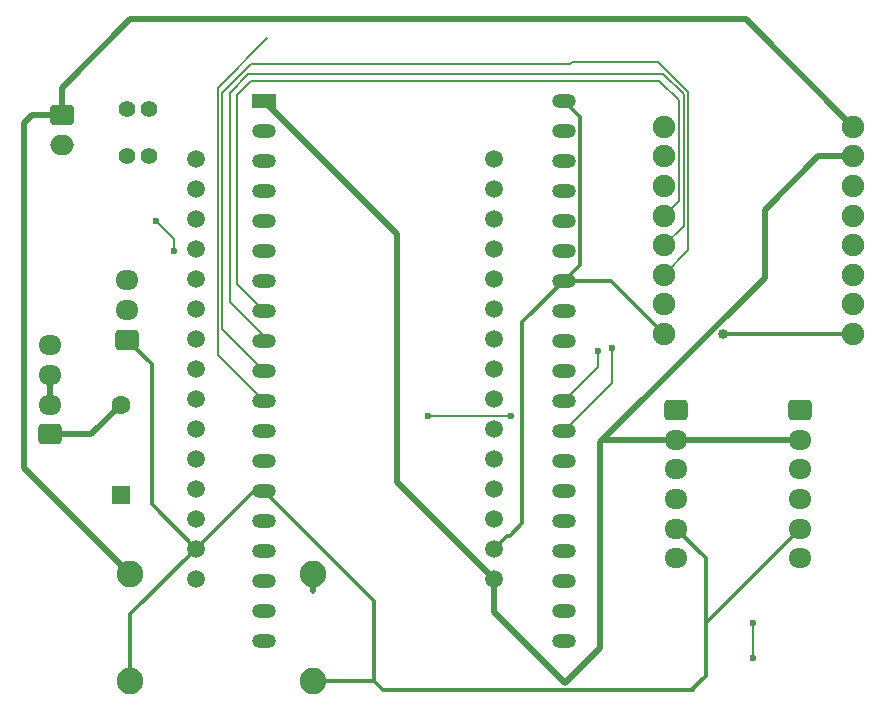
<source format=gbr>
%TF.GenerationSoftware,KiCad,Pcbnew,9.0.6*%
%TF.CreationDate,2026-01-05T22:13:59+01:00*%
%TF.ProjectId,Robofetz Mainboard,526f626f-6665-4747-9a20-4d61696e626f,rev?*%
%TF.SameCoordinates,Original*%
%TF.FileFunction,Copper,L2,Bot*%
%TF.FilePolarity,Positive*%
%FSLAX46Y46*%
G04 Gerber Fmt 4.6, Leading zero omitted, Abs format (unit mm)*
G04 Created by KiCad (PCBNEW 9.0.6) date 2026-01-05 22:13:59*
%MOMM*%
%LPD*%
G01*
G04 APERTURE LIST*
G04 Aperture macros list*
%AMRoundRect*
0 Rectangle with rounded corners*
0 $1 Rounding radius*
0 $2 $3 $4 $5 $6 $7 $8 $9 X,Y pos of 4 corners*
0 Add a 4 corners polygon primitive as box body*
4,1,4,$2,$3,$4,$5,$6,$7,$8,$9,$2,$3,0*
0 Add four circle primitives for the rounded corners*
1,1,$1+$1,$2,$3*
1,1,$1+$1,$4,$5*
1,1,$1+$1,$6,$7*
1,1,$1+$1,$8,$9*
0 Add four rect primitives between the rounded corners*
20,1,$1+$1,$2,$3,$4,$5,0*
20,1,$1+$1,$4,$5,$6,$7,0*
20,1,$1+$1,$6,$7,$8,$9,0*
20,1,$1+$1,$8,$9,$2,$3,0*%
G04 Aperture macros list end*
%TA.AperFunction,ComponentPad*%
%ADD10R,2.000000X1.200000*%
%TD*%
%TA.AperFunction,ComponentPad*%
%ADD11O,2.000000X1.200000*%
%TD*%
%TA.AperFunction,ComponentPad*%
%ADD12RoundRect,0.250000X0.725000X-0.600000X0.725000X0.600000X-0.725000X0.600000X-0.725000X-0.600000X0*%
%TD*%
%TA.AperFunction,ComponentPad*%
%ADD13O,1.950000X1.700000*%
%TD*%
%TA.AperFunction,ComponentPad*%
%ADD14RoundRect,0.250000X-0.725000X0.600000X-0.725000X-0.600000X0.725000X-0.600000X0.725000X0.600000X0*%
%TD*%
%TA.AperFunction,ComponentPad*%
%ADD15C,2.250000*%
%TD*%
%TA.AperFunction,ComponentPad*%
%ADD16RoundRect,0.250000X0.550000X-0.550000X0.550000X0.550000X-0.550000X0.550000X-0.550000X-0.550000X0*%
%TD*%
%TA.AperFunction,ComponentPad*%
%ADD17C,1.600000*%
%TD*%
%TA.AperFunction,ComponentPad*%
%ADD18C,1.400000*%
%TD*%
%TA.AperFunction,ComponentPad*%
%ADD19C,1.500000*%
%TD*%
%TA.AperFunction,ComponentPad*%
%ADD20RoundRect,0.250000X-0.750000X0.600000X-0.750000X-0.600000X0.750000X-0.600000X0.750000X0.600000X0*%
%TD*%
%TA.AperFunction,ComponentPad*%
%ADD21O,2.000000X1.700000*%
%TD*%
%TA.AperFunction,ComponentPad*%
%ADD22C,1.905000*%
%TD*%
%TA.AperFunction,ViaPad*%
%ADD23C,0.850000*%
%TD*%
%TA.AperFunction,ViaPad*%
%ADD24C,0.600000*%
%TD*%
%TA.AperFunction,Conductor*%
%ADD25C,0.300000*%
%TD*%
%TA.AperFunction,Conductor*%
%ADD26C,0.500000*%
%TD*%
%TA.AperFunction,Conductor*%
%ADD27C,0.200000*%
%TD*%
G04 APERTURE END LIST*
D10*
%TO.P,U5,1,3V3*%
%TO.N,Supply 3.3V*%
X110103680Y-83282720D03*
D11*
%TO.P,U5,2,CHIP_PU*%
%TO.N,unconnected-(U5-CHIP_PU-Pad2)*%
X110103680Y-85822720D03*
%TO.P,U5,3,SENSOR_VP/GPIO36/ADC1_CH0*%
%TO.N,unconnected-(U5-SENSOR_VP{slash}GPIO36{slash}ADC1_CH0-Pad3)*%
X110103680Y-88362720D03*
%TO.P,U5,4,SENSOR_VN/GPIO39/ADC1_CH3*%
%TO.N,unconnected-(U5-SENSOR_VN{slash}GPIO39{slash}ADC1_CH3-Pad4)*%
X110103680Y-90902720D03*
%TO.P,U5,5,VDET_1/GPIO34/ADC1_CH6*%
%TO.N,unconnected-(U5-VDET_1{slash}GPIO34{slash}ADC1_CH6-Pad5)*%
X110103680Y-93442720D03*
%TO.P,U5,6,VDET_2/GPIO35/ADC1_CH7*%
%TO.N,unconnected-(U5-VDET_2{slash}GPIO35{slash}ADC1_CH7-Pad6)*%
X110103680Y-95982720D03*
%TO.P,U5,7,32K_XP/GPIO32/ADC1_CH4*%
%TO.N,Motor1 CW*%
X110103680Y-98522720D03*
%TO.P,U5,8,32K_XN/GPIO33/ADC1_CH5*%
%TO.N,STBY*%
X110103680Y-101062720D03*
%TO.P,U5,9,DAC_1/ADC2_CH8/GPIO25*%
%TO.N,Motor2 CW*%
X110103680Y-103602720D03*
%TO.P,U5,10,DAC_2/ADC2_CH9/GPIO26*%
%TO.N,Motor2 CCW*%
X110103680Y-106142720D03*
%TO.P,U5,11,ADC2_CH7/GPIO27*%
%TO.N,Motor 2 PWM*%
X110103680Y-108682720D03*
%TO.P,U5,12,MTMS/GPIO14/ADC2_CH6*%
%TO.N,unconnected-(U5-MTMS{slash}GPIO14{slash}ADC2_CH6-Pad12)*%
X110103680Y-111222720D03*
%TO.P,U5,13,MTDI/GPIO12/ADC2_CH5*%
%TO.N,unconnected-(U5-MTDI{slash}GPIO12{slash}ADC2_CH5-Pad13)*%
X110103680Y-113762720D03*
%TO.P,U5,14,GND*%
%TO.N,GND*%
X110103680Y-116302720D03*
%TO.P,U5,15,MTCK/GPIO13/ADC2_CH4*%
%TO.N,unconnected-(U5-MTCK{slash}GPIO13{slash}ADC2_CH4-Pad15)*%
X110103680Y-118842720D03*
%TO.P,U5,16,SD_DATA2/GPIO9*%
%TO.N,unconnected-(U5-SD_DATA2{slash}GPIO9-Pad16)*%
X110103680Y-121382720D03*
%TO.P,U5,17,SD_DATA3/GPIO10*%
%TO.N,unconnected-(U5-SD_DATA3{slash}GPIO10-Pad17)*%
X110103680Y-123922720D03*
%TO.P,U5,18,CMD*%
%TO.N,unconnected-(U5-CMD-Pad18)*%
X110103680Y-126462720D03*
%TO.P,U5,19,5V*%
%TO.N,Supply 5V ESP*%
X110103680Y-129002720D03*
%TO.P,U5,20,SD_CLK/GPIO6*%
%TO.N,unconnected-(U5-SD_CLK{slash}GPIO6-Pad20)*%
X135500000Y-129000000D03*
%TO.P,U5,21,SD_DATA0/GPIO7*%
%TO.N,unconnected-(U5-SD_DATA0{slash}GPIO7-Pad21)*%
X135500000Y-126460000D03*
%TO.P,U5,22,SD_DATA1/GPIO8*%
%TO.N,unconnected-(U5-SD_DATA1{slash}GPIO8-Pad22)*%
X135503680Y-123922720D03*
%TO.P,U5,23,MTDO/GPIO15/ADC2_CH3*%
%TO.N,unconnected-(U5-MTDO{slash}GPIO15{slash}ADC2_CH3-Pad23)*%
X135503680Y-121382720D03*
%TO.P,U5,24,ADC2_CH2/GPIO2*%
%TO.N,unconnected-(U5-ADC2_CH2{slash}GPIO2-Pad24)*%
X135503680Y-118842720D03*
%TO.P,U5,25,GPIO0/BOOT/ADC2_CH1*%
%TO.N,unconnected-(U5-GPIO0{slash}BOOT{slash}ADC2_CH1-Pad25)*%
X135503680Y-116302720D03*
%TO.P,U5,26,ADC2_CH0/GPIO4*%
%TO.N,Encoder R1*%
X135503680Y-113762720D03*
%TO.P,U5,27,GPIO16*%
%TO.N,Motor1 CCW*%
X135503680Y-111222720D03*
%TO.P,U5,28,GPIO17*%
%TO.N,Motor 1 PWM*%
X135503680Y-108682720D03*
%TO.P,U5,29,GPIO5*%
%TO.N,Encoder R2*%
X135503680Y-106142720D03*
%TO.P,U5,30,GPIO18*%
%TO.N,Encoder L1*%
X135503680Y-103602720D03*
%TO.P,U5,31,GPIO19*%
%TO.N,Encoder L2*%
X135503680Y-101062720D03*
%TO.P,U5,32,GND*%
%TO.N,GND*%
X135503680Y-98522720D03*
%TO.P,U5,33,GPIO21*%
%TO.N,unconnected-(U5-GPIO21-Pad33)*%
X135503680Y-95982720D03*
%TO.P,U5,34,U0RXD/GPIO3*%
%TO.N,unconnected-(U5-U0RXD{slash}GPIO3-Pad34)*%
X135503680Y-93442720D03*
%TO.P,U5,35,U0TXD/GPIO1*%
%TO.N,unconnected-(U5-U0TXD{slash}GPIO1-Pad35)*%
X135503680Y-90902720D03*
%TO.P,U5,36,GPIO22*%
%TO.N,unconnected-(U5-GPIO22-Pad36)*%
X135503680Y-88362720D03*
%TO.P,U5,37,GPIO23*%
%TO.N,WPN Control*%
X135503680Y-85822720D03*
%TO.P,U5,38,GND*%
%TO.N,GND*%
X135503680Y-83282720D03*
%TD*%
D12*
%TO.P,J7,1,Pin_1*%
%TO.N,Net-(D1-A)*%
X92000000Y-111500000D03*
D13*
%TO.P,J7,2,Pin_2*%
%TO.N,Supply 5V*%
X92000000Y-109000000D03*
%TO.P,J7,3,Pin_3*%
X92000000Y-106500000D03*
%TO.P,J7,4,Pin_4*%
%TO.N,GND*%
X92000000Y-104000000D03*
%TD*%
D14*
%TO.P,J5,1,Pin_1*%
%TO.N,Motor 2 - 2*%
X155500000Y-109500000D03*
D13*
%TO.P,J5,2,Pin_2*%
%TO.N,Supply 3.3V*%
X155500000Y-112000000D03*
%TO.P,J5,3,Pin_3*%
%TO.N,Encoder L2*%
X155500000Y-114500000D03*
%TO.P,J5,4,Pin_4*%
%TO.N,Encoder L1*%
X155500000Y-117000000D03*
%TO.P,J5,5,Pin_5*%
%TO.N,GND*%
X155500000Y-119500000D03*
%TO.P,J5,6,Pin_6*%
%TO.N,Motor 2 - 1*%
X155500000Y-122000000D03*
%TD*%
D15*
%TO.P,U2,1,IN+*%
%TO.N,Supply 16V*%
X98800000Y-123390000D03*
%TO.P,U2,2,IN-*%
%TO.N,GND*%
X98800000Y-132390000D03*
%TO.P,U2,3,OUT+*%
%TO.N,Supply 5V*%
X114300000Y-123390000D03*
%TO.P,U2,4,OUT-*%
%TO.N,GND*%
X114300000Y-132390000D03*
%TD*%
D16*
%TO.P,D1,1,K*%
%TO.N,Supply 5V ESP*%
X98000000Y-116620000D03*
D17*
%TO.P,D1,2,A*%
%TO.N,Net-(D1-A)*%
X98000000Y-109000000D03*
%TD*%
D18*
%TO.P,R1,1*%
%TO.N,WPN Control*%
X100400000Y-88000000D03*
%TO.P,R1,2*%
%TO.N,Net-(J6-Pin_2)*%
X98500000Y-88000000D03*
%TD*%
D12*
%TO.P,J6,1,Pin_1*%
%TO.N,GND*%
X98500000Y-103500000D03*
D13*
%TO.P,J6,2,Pin_2*%
%TO.N,Net-(J6-Pin_2)*%
X98500000Y-101000000D03*
%TO.P,J6,3,Pin_3*%
%TO.N,Supply 3.3V*%
X98500000Y-98500000D03*
%TD*%
D19*
%TO.P,U4,0,VIN*%
%TO.N,Supply 5V ESP*%
X104353680Y-123752720D03*
%TO.P,U4,1,GND*%
%TO.N,GND*%
X104353680Y-121212720D03*
%TO.P,U4,2,3.3V*%
%TO.N,Supply 3.3V*%
X129603680Y-123752720D03*
%TO.P,U4,3,GND*%
%TO.N,GND*%
X129619614Y-121192322D03*
%TO.P,U4,4,EN*%
%TO.N,unconnected-(U4-EN-Pad4)*%
X104353680Y-88192720D03*
%TO.P,U4,5,GPIO36*%
%TO.N,unconnected-(U4-GPIO36-Pad5)*%
X104353680Y-90732720D03*
%TO.P,U4,8,GPIO39*%
%TO.N,unconnected-(U4-GPIO39-Pad8)*%
X104353680Y-93272720D03*
%TO.P,U4,10,GPIO34*%
%TO.N,unconnected-(U4-GPIO34-Pad10)*%
X104353680Y-95812720D03*
%TO.P,U4,11,GPIO35*%
%TO.N,unconnected-(U4-GPIO35-Pad11)*%
X104353680Y-98352720D03*
%TO.P,U4,12,GPIO32*%
%TO.N,Motor1 CW*%
X104353680Y-100892720D03*
%TO.P,U4,13,GPIO33*%
%TO.N,STBY*%
X104353680Y-103432720D03*
%TO.P,U4,14,GPIO25*%
%TO.N,Motor2 CW*%
X104353680Y-105972720D03*
%TO.P,U4,15,GPIO26*%
%TO.N,Motor2 CCW*%
X104353680Y-108512720D03*
%TO.P,U4,16,GPIO27*%
%TO.N,Motor 2 PWM*%
X104353680Y-111052720D03*
%TO.P,U4,17,GPIO14*%
%TO.N,unconnected-(U4-GPIO14-Pad17)*%
X104353680Y-113592720D03*
%TO.P,U4,18,GPIO12*%
%TO.N,unconnected-(U4-GPIO12-Pad18)*%
X104353680Y-116132720D03*
%TO.P,U4,20,GPIO13*%
%TO.N,unconnected-(U4-GPIO13-Pad20)*%
X104353680Y-118672720D03*
%TO.P,U4,21,GPIO15*%
%TO.N,unconnected-(U4-GPIO15-Pad21)*%
X129619614Y-118652322D03*
%TO.P,U4,22,GPIO2*%
%TO.N,unconnected-(U4-GPIO2-Pad22)*%
X129619614Y-116112322D03*
%TO.P,U4,24,GPIO4*%
%TO.N,Encoder R1*%
X129619614Y-113572322D03*
%TO.P,U4,25,GPIO16*%
%TO.N,Motor1 CCW*%
X129619614Y-111032322D03*
%TO.P,U4,27,GPIO17*%
%TO.N,Motor 1 PWM*%
X129619614Y-108492322D03*
%TO.P,U4,34,GPIO5*%
%TO.N,Encoder R2*%
X129619614Y-105952322D03*
%TO.P,U4,35,GPIO18*%
%TO.N,Encoder L1*%
X129619614Y-103412322D03*
%TO.P,U4,36,GPIO23*%
%TO.N,WPN Control*%
X129619614Y-88172322D03*
%TO.P,U4,38,GPIO19*%
%TO.N,Encoder L2*%
X129619614Y-100872322D03*
%TO.P,U4,39,GPIO22*%
%TO.N,unconnected-(U4-GPIO22-Pad39)*%
X129619614Y-90712322D03*
%TO.P,U4,40,GPIO3*%
%TO.N,unconnected-(U4-GPIO3-Pad40)*%
X129619614Y-95792322D03*
%TO.P,U4,41,GPIO1*%
%TO.N,unconnected-(U4-GPIO1-Pad41)*%
X129619614Y-93252322D03*
%TO.P,U4,42,GPIO21*%
%TO.N,unconnected-(U4-GPIO21-Pad42)*%
X129619614Y-98332322D03*
%TD*%
D18*
%TO.P,R2,1*%
%TO.N,Supply 3.3V*%
X100405000Y-84000000D03*
%TO.P,R2,2*%
%TO.N,Net-(J6-Pin_2)*%
X98505000Y-84000000D03*
%TD*%
D20*
%TO.P,J2,1,Pin_1*%
%TO.N,Supply 16V*%
X93000000Y-84500000D03*
D21*
%TO.P,J2,2,Pin_2*%
%TO.N,GND*%
X93000000Y-87000000D03*
%TD*%
D14*
%TO.P,J4,1,Pin_1*%
%TO.N,Motor 1 - 1*%
X145000000Y-109500000D03*
D13*
%TO.P,J4,2,Pin_2*%
%TO.N,Supply 3.3V*%
X145000000Y-112000000D03*
%TO.P,J4,3,Pin_3*%
%TO.N,Encoder R2*%
X145000000Y-114500000D03*
%TO.P,J4,4,Pin_4*%
%TO.N,Encoder R1*%
X145000000Y-117000000D03*
%TO.P,J4,5,Pin_5*%
%TO.N,GND*%
X145000000Y-119500000D03*
%TO.P,J4,6,Pin_6*%
%TO.N,Motor 1 - 2*%
X145000000Y-122000000D03*
%TD*%
D22*
%TO.P,U3,1,VM*%
%TO.N,Supply 16V*%
X160000000Y-85500000D03*
%TO.P,U3,2,VCC*%
%TO.N,Supply 3.3V*%
X160000000Y-88000000D03*
%TO.P,U3,3,GND*%
%TO.N,GND*%
X160000000Y-90500000D03*
%TO.P,U3,4,A01*%
%TO.N,Motor 1 - 1*%
X160000000Y-93000000D03*
%TO.P,U3,5,A02*%
%TO.N,Motor 1 - 2*%
X160000000Y-95500000D03*
%TO.P,U3,6,B02*%
%TO.N,Motor 2 - 2*%
X160000000Y-98000000D03*
%TO.P,U3,7,B01*%
%TO.N,Motor 2 - 1*%
X160000000Y-100500000D03*
%TO.P,U3,8,GND*%
%TO.N,GND*%
X160000000Y-103000000D03*
%TO.P,U3,9,GND*%
X144000000Y-103000000D03*
%TO.P,U3,10,PWMB*%
%TO.N,Motor 2 PWM*%
X144000000Y-100500000D03*
%TO.P,U3,11,BI2*%
%TO.N,Motor2 CCW*%
X144000000Y-98000000D03*
%TO.P,U3,12,BI1*%
%TO.N,Motor2 CW*%
X144000000Y-95500000D03*
%TO.P,U3,13,STBY*%
%TO.N,STBY*%
X144000000Y-93000000D03*
%TO.P,U3,14,AI1*%
%TO.N,Motor1 CCW*%
X144000000Y-90500000D03*
%TO.P,U3,15,AI2*%
%TO.N,Motor1 CW*%
X144000000Y-88000000D03*
%TO.P,U3,16,PWMA*%
%TO.N,Motor 1 PWM*%
X144000000Y-85500000D03*
%TD*%
D23*
%TO.N,GND*%
X149000000Y-103000000D03*
D24*
%TO.N,Motor 2 PWM*%
X124018678Y-109981322D03*
X131000000Y-110000000D03*
%TO.N,Encoder L2*%
X151500000Y-130500000D03*
X151500000Y-127500000D03*
%TO.N,WPN Control*%
X101000000Y-93500000D03*
X102500000Y-96000000D03*
%TO.N,Motor 1 PWM*%
X138400000Y-104500000D03*
%TO.N,Motor1 CCW*%
X139558820Y-104208280D03*
%TD*%
D25*
%TO.N,GND*%
X149000000Y-103000000D02*
X160000000Y-103000000D01*
X147500000Y-122000000D02*
X147500000Y-127500000D01*
X145000000Y-119500000D02*
X147500000Y-122000000D01*
X147500000Y-127500000D02*
X155500000Y-119500000D01*
X147500000Y-132000000D02*
X147500000Y-127500000D01*
X146000000Y-133201000D02*
X146299000Y-133201000D01*
X146000000Y-133201000D02*
X120201000Y-133201000D01*
X146299000Y-133201000D02*
X147500000Y-132000000D01*
D26*
%TO.N,Supply 3.3V*%
X139000000Y-112000000D02*
X138875000Y-111875000D01*
X145000000Y-112000000D02*
X139000000Y-112000000D01*
X152500000Y-98250000D02*
X138875000Y-111875000D01*
X145000000Y-112000000D02*
X155500000Y-112000000D01*
D27*
%TO.N,Encoder L2*%
X151500000Y-127500000D02*
X151500000Y-130500000D01*
D25*
%TO.N,GND*%
X139522720Y-98522720D02*
X135503680Y-98522720D01*
X144000000Y-103000000D02*
X139522720Y-98522720D01*
D27*
%TO.N,Motor2 CCW*%
X136200000Y-80000000D02*
X136000000Y-80200000D01*
X143500000Y-80000000D02*
X136200000Y-80000000D01*
X146053500Y-82553500D02*
X143500000Y-80000000D01*
X106600000Y-102639040D02*
X110103680Y-106142720D01*
X146053500Y-95946500D02*
X146053500Y-82553500D01*
X136000000Y-80200000D02*
X109000000Y-80200000D01*
X109000000Y-80200000D02*
X106600000Y-82600000D01*
X106600000Y-82600000D02*
X106600000Y-102639040D01*
X144000000Y-98000000D02*
X146053500Y-95946500D01*
%TO.N,Motor2 CW*%
X107200000Y-100299040D02*
X110103680Y-103202720D01*
X107200000Y-82600000D02*
X107200000Y-100299040D01*
X108800000Y-81000000D02*
X107200000Y-82600000D01*
X143934314Y-81000000D02*
X108800000Y-81000000D01*
X145653500Y-82719186D02*
X143934314Y-81000000D01*
X144000000Y-95500000D02*
X145653500Y-93846500D01*
%TO.N,STBY*%
X107800000Y-98759040D02*
X110103680Y-101062720D01*
X143600000Y-81600000D02*
X109000000Y-81600000D01*
X145253500Y-83253500D02*
X143600000Y-81600000D01*
X145253500Y-91746500D02*
X145253500Y-83253500D01*
X109000000Y-81600000D02*
X107800000Y-82800000D01*
X144000000Y-93000000D02*
X145253500Y-91746500D01*
%TO.N,Motor2 CW*%
X145653500Y-93846500D02*
X145653500Y-82719186D01*
%TO.N,STBY*%
X107800000Y-82800000D02*
X107800000Y-98759040D01*
%TO.N,Motor2 CW*%
X110103680Y-103202720D02*
X110103680Y-103602720D01*
D26*
%TO.N,Supply 3.3V*%
X129603680Y-126603680D02*
X129603680Y-123752720D01*
X135600000Y-132600000D02*
X129603680Y-126603680D01*
X138600000Y-112150000D02*
X138600000Y-129600000D01*
X152500000Y-92500000D02*
X152500000Y-98250000D01*
X138600000Y-129600000D02*
X135600000Y-132600000D01*
X157000000Y-88000000D02*
X152500000Y-92500000D01*
X160000000Y-88000000D02*
X157000000Y-88000000D01*
X138875000Y-111875000D02*
X138600000Y-112150000D01*
%TO.N,Supply 16V*%
X150900000Y-76400000D02*
X160000000Y-85500000D01*
X98800000Y-76400000D02*
X150900000Y-76400000D01*
X93000000Y-82200000D02*
X98800000Y-76400000D01*
X93000000Y-84500000D02*
X93000000Y-82200000D01*
%TO.N,Net-(D1-A)*%
X95500000Y-111500000D02*
X98000000Y-109000000D01*
X92000000Y-111500000D02*
X95500000Y-111500000D01*
%TO.N,Supply 5V ESP*%
X109603680Y-129002720D02*
X110103680Y-129002720D01*
%TO.N,Supply 16V*%
X98800000Y-123390000D02*
X89800000Y-114390000D01*
X89800000Y-85200000D02*
X90500000Y-84500000D01*
X89800000Y-114390000D02*
X89800000Y-85200000D01*
X90500000Y-84500000D02*
X93000000Y-84500000D01*
%TO.N,Supply 3.3V*%
X110103680Y-83282720D02*
X121400000Y-94579040D01*
X121400000Y-115549040D02*
X129603680Y-123752720D01*
X121400000Y-94579040D02*
X121400000Y-115549040D01*
D25*
%TO.N,GND*%
X119400000Y-132400000D02*
X119400000Y-125599040D01*
X146399000Y-133201000D02*
X146000000Y-133201000D01*
X98800000Y-126766400D02*
X98800000Y-132390000D01*
X98500000Y-103500000D02*
X100601960Y-105601960D01*
X109263680Y-116302720D02*
X110103680Y-116302720D01*
X119400000Y-125599040D02*
X110103680Y-116302720D01*
X132000000Y-102026400D02*
X135503680Y-98522720D01*
X104353680Y-121212720D02*
X109263680Y-116302720D01*
X130720614Y-120091322D02*
X130908678Y-120091322D01*
X135503680Y-83282720D02*
X136854680Y-84633720D01*
X100601960Y-105601960D02*
X100601960Y-117461000D01*
X100601960Y-117461000D02*
X104353680Y-121212720D01*
X114300000Y-132390000D02*
X119390000Y-132390000D01*
X132000000Y-119000000D02*
X132000000Y-102026400D01*
X129619614Y-121192322D02*
X130720614Y-120091322D01*
X136854680Y-84633720D02*
X136854680Y-97171720D01*
X135926400Y-98100000D02*
X135503680Y-98522720D01*
X136854680Y-97171720D02*
X135503680Y-98522720D01*
X119390000Y-132390000D02*
X119400000Y-132400000D01*
X130908678Y-120091322D02*
X132000000Y-119000000D01*
X104353680Y-121212720D02*
X98800000Y-126766400D01*
X120201000Y-133201000D02*
X119400000Y-132400000D01*
D27*
%TO.N,WPN Control*%
X102500000Y-95000000D02*
X102500000Y-96000000D01*
X101000000Y-93500000D02*
X102500000Y-95000000D01*
%TO.N,Motor 1 PWM*%
X138400000Y-105786400D02*
X138400000Y-104500000D01*
X135503680Y-108682720D02*
X138400000Y-105786400D01*
%TO.N,Motor 2 PWM*%
X106199000Y-82201000D02*
X106199000Y-104778040D01*
X106199000Y-104778040D02*
X110103680Y-108682720D01*
X110400000Y-78000000D02*
X106199000Y-82201000D01*
%TO.N,Motor1 CCW*%
X135503680Y-111222720D02*
X139558820Y-107167580D01*
X139558820Y-107167580D02*
X139558820Y-104208280D01*
D26*
%TO.N,Supply 5V*%
X114300000Y-123390000D02*
X114300000Y-124806400D01*
X92000000Y-106500000D02*
X92000000Y-109000000D01*
D27*
%TO.N,Motor 2 PWM*%
X130981322Y-109981322D02*
X124018678Y-109981322D01*
X131000000Y-110000000D02*
X130981322Y-109981322D01*
X124018678Y-109981322D02*
X124000000Y-110000000D01*
%TD*%
M02*

</source>
